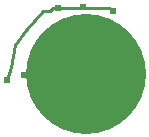
<source format=gbr>
G04 #@! TF.GenerationSoftware,KiCad,Pcbnew,(5.0.2)-1*
G04 #@! TF.CreationDate,2019-03-21T20:48:34-07:00*
G04 #@! TF.ProjectId,SMOL,534d4f4c-2e6b-4696-9361-645f70636258,rev?*
G04 #@! TF.SameCoordinates,Original*
G04 #@! TF.FileFunction,Copper,L2,Bot*
G04 #@! TF.FilePolarity,Positive*
%FSLAX46Y46*%
G04 Gerber Fmt 4.6, Leading zero omitted, Abs format (unit mm)*
G04 Created by KiCad (PCBNEW (5.0.2)-1) date 3/21/2019 8:48:34 PM*
%MOMM*%
%LPD*%
G01*
G04 APERTURE LIST*
G04 #@! TA.AperFunction,BGAPad,CuDef*
%ADD10C,10.160000*%
G04 #@! TD*
G04 #@! TA.AperFunction,ViaPad*
%ADD11C,0.609600*%
G04 #@! TD*
G04 #@! TA.AperFunction,Conductor*
%ADD12C,0.254000*%
G04 #@! TD*
G04 #@! TA.AperFunction,Conductor*
%ADD13C,0.406400*%
G04 #@! TD*
G04 APERTURE END LIST*
D10*
G04 #@! TO.P,TP3,1*
G04 #@! TO.N,/Spring_Contact*
X101600000Y-101600000D03*
G04 #@! TD*
D11*
G04 #@! TO.N,/Anode*
X99273360Y-96001840D03*
X103897000Y-96322000D03*
X101345357Y-95916099D03*
X94940000Y-102090000D03*
G04 #@! TO.N,/Spring_Contact*
X105300000Y-102100000D03*
X96400000Y-101750000D03*
G04 #@! TD*
D12*
G04 #@! TO.N,/Anode*
X103587000Y-96012000D02*
X103897000Y-96322000D01*
X101346000Y-96012000D02*
X101346000Y-95885010D01*
X101346000Y-96012000D02*
X103587000Y-96012000D01*
X94940000Y-102090000D02*
X95300000Y-101050000D01*
X95300000Y-101050000D02*
X95600000Y-99150000D01*
X95600000Y-99150000D02*
X96550000Y-97900000D01*
X96550000Y-97900000D02*
X98000000Y-96300000D01*
X101259616Y-96001840D02*
X101345357Y-95916099D01*
X99273360Y-96001840D02*
X101259616Y-96001840D01*
X98544148Y-96300000D02*
X98000000Y-96300000D01*
X98842308Y-96001840D02*
X98544148Y-96300000D01*
X99273360Y-96001840D02*
X98842308Y-96001840D01*
D13*
G04 #@! TO.N,/Spring_Contact*
X105300000Y-102100000D02*
X101600000Y-101600000D01*
X96400000Y-101750000D02*
X101600000Y-101600000D01*
G04 #@! TD*
M02*

</source>
